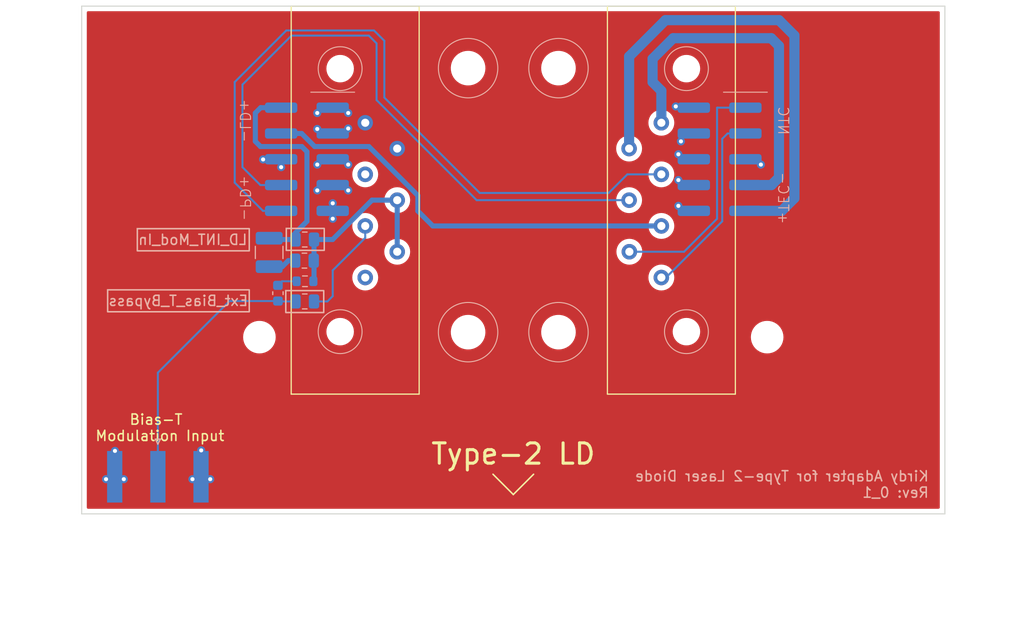
<source format=kicad_pcb>
(kicad_pcb (version 20221018) (generator pcbnew)
  (layers (0 "F.Cu" signal) (31 "B.Cu" signal) (34 "B.Paste" user) (35 "F.Paste" user) (36 "B.SilkS" user "B.Silkscreen") (37 "F.SilkS" user "F.Silkscreen") (38 "B.Mask" user) (39 "F.Mask" user) (44 "Edge.Cuts" user))
  (net 0 "")
  (net 1 "GND")
  (net 2 "/TEC+")
  (net 3 "/NTC+")
  (net 4 "/NTC-")
  (net 5 "/LD+")
  (net 6 "/TEC-")
  (net 7 "/PD-")
  (net 8 "/PD+")
  (net 9 "/LD-")
  (net 10 "Net-(C1-Pad1)")
  (net 11 "/Mod_IN")
  (net 12 "/kirdy_LD+")
  (net 14 "/Butterfly_Mount_Mod_In")
  (net 16 "Net-(L1-Pad1)")
  (footprint "MountingHole:MountingHole_2.7mm_M2.5" (layer "F.Cu") (at -25 17.5 180)
    (fp_text reference "H2" hide)
    (fp_text value "M2.5")
    (pad "" np_thru_hole circle (at 0 0 180) (size 2.7 2.7) (drill 2.7) (layers "*.Cu" "*.Mask"))
  )
  (footprint "laserSocket:Butterfly_Socket" (layer "F.Cu") (at 0 4.01 180)
    (fp_text reference "J3" hide)
    (fp_text value "Butterfly_Socket")
    (fp_circle (center -17.05 -12.95) (end -14.89 -12.95) (stroke (width 0.1)) (fill none) (layer "B.SilkS"))
    (fp_circle (center -17.05 12.95) (end -14.89 12.95) (stroke (width 0.1)) (fill none) (layer "B.SilkS"))
    (fp_circle (center -4.45 -13) (end -1.525 -13) (stroke (width 0.1)) (fill none) (layer "B.SilkS"))
    (fp_circle (center -4.45 13) (end -1.525 13) (stroke (width 0.1)) (fill none) (layer "B.SilkS"))
    (fp_circle (center 4.45 -13) (end 7.375 -13) (stroke (width 0.1)) (fill none) (layer "B.SilkS"))
    (fp_circle (center 4.45 13) (end 7.375 13) (stroke (width 0.1)) (fill none) (layer "B.SilkS"))
    (fp_circle (center 17.05 -12.95) (end 19.21 -12.95) (stroke (width 0.1)) (fill none) (layer "B.SilkS"))
    (fp_circle (center 17.05 12.95) (end 19.21 12.95) (stroke (width 0.1)) (fill none) (layer "B.SilkS"))
    (fp_line (start -21.87 -19.1) (end -21.87 19.1) (stroke (width 0.12)) (layer "F.SilkS"))
    (fp_line (start -21.87 19.1) (end -9.27 19.1) (stroke (width 0.12)) (layer "F.SilkS"))
    (fp_line (start -9.27 -19.1) (end -21.87 -19.1) (stroke (width 0.12)) (layer "F.SilkS"))
    (fp_line (start -9.27 19.1) (end -9.27 -19.1) (stroke (width 0.12)) (layer "F.SilkS"))
    (fp_line (start 9.27 -19.1) (end 21.87 -19.1) (stroke (width 0.12)) (layer "F.SilkS"))
    (fp_line (start 9.27 19.1) (end 9.27 -19.1) (stroke (width 0.12)) (layer "F.SilkS"))
    (fp_line (start 21.87 -19.1) (end 21.87 19.1) (stroke (width 0.12)) (layer "F.SilkS"))
    (fp_line (start 21.87 19.1) (end 9.27 19.1) (stroke (width 0.12)) (layer "F.SilkS"))
    (pad "" np_thru_hole circle locked (at -17.05 -12.95 180) (size 2.2 2.2) (drill 2.2) (layers "F&B.Cu" "*.Mask"))
    (pad "" np_thru_hole circle locked (at -17.05 12.95 180) (size 2.2 2.2) (drill 2.2) (layers "F&B.Cu" "*.Mask"))
    (pad "" np_thru_hole circle locked (at -4.45 -13 180) (size 2.9 2.9) (drill 2.9) (layers "F&B.Cu" "*.Mask"))
    (pad "" np_thru_hole circle locked (at -4.45 13 180) (size 2.9 2.9) (drill 2.9) (layers "F&B.Cu" "*.Mask"))
    (pad "" np_thru_hole circle locked (at 4.45 -13 180) (size 2.9 2.9) (drill 2.9) (layers "F&B.Cu" "*.Mask"))
    (pad "" np_thru_hole circle locked (at 4.45 13 180) (size 2.9 2.9) (drill 2.9) (layers "F&B.Cu" "*.Mask"))
    (pad "" np_thru_hole circle locked (at 17.05 -12.95 180) (size 2.2 2.2) (drill 2.2) (layers "F&B.Cu" "*.Mask"))
    (pad "" np_thru_hole circle locked (at 17.05 12.95 180) (size 2.2 2.2) (drill 2.2) (layers "F&B.Cu" "*.Mask"))
    (pad "1" thru_hole circle locked (at -14.58 -7.62 180) (size 1.524 1.524) (drill 0.8) (layers "*.Cu" "*.Mask") (net 3 "/NTC+"))
    (pad "2" thru_hole circle locked (at -11.43 -5.08 180) (size 1.524 1.524) (drill 0.8) (layers "*.Cu" "*.Mask") (net 4 "/NTC-"))
    (pad "3" thru_hole circle locked (at -14.58 -2.54 180) (size 1.524 1.524) (drill 0.8) (layers "*.Cu" "*.Mask") (net 9 "/LD-"))
    (pad "4" thru_hole circle locked (at -11.405 0 180) (size 1.524 1.524) (drill 0.8) (layers "*.Cu" "*.Mask") (net 8 "/PD+"))
    (pad "5" thru_hole circle locked (at -14.58 2.54 180) (size 1.524 1.524) (drill 0.8) (layers "*.Cu" "*.Mask") (net 7 "/PD-"))
    (pad "6" thru_hole circle locked (at -11.405 5.08 180) (size 1.524 1.524) (drill 0.8) (layers "*.Cu" "*.Mask") (net 2 "/TEC+"))
    (pad "7" thru_hole circle locked (at -14.58 7.62 180) (size 1.524 1.524) (drill 0.8) (layers "*.Cu" "*.Mask") (net 6 "/TEC-"))
    (pad "8" thru_hole circle locked (at 14.58 7.62 180) (size 1.524 1.524) (drill 0.8) (layers "*.Cu" "*.Mask") (net 1 "GND"))
    (pad "9" thru_hole circle locked (at 11.43 5.08 180) (size 1.524 1.524) (drill 0.8) (layers "*.Cu" "*.Mask") (net 1 "GND"))
    (pad "10" thru_hole circle locked (at 14.58 2.54 180) (size 1.524 1.524) (drill 0.8) (layers "*.Cu" "*.Mask"))
    (pad "11" thru_hole circle locked (at 11.43 0 180) (size 1.524 1.524) (drill 0.8) (layers "*.Cu" "*.Mask") (net 5 "/LD+"))
    (pad "12" thru_hole circle locked (at 14.58 -2.54 180) (size 1.524 1.524) (drill 0.8) (layers "*.Cu" "*.Mask") (net 14 "/Butterfly_Mount_Mod_In"))
    (pad "13" thru_hole circle locked (at 11.43 -5.08 180) (size 1.524 1.524) (drill 0.8) (layers "*.Cu" "*.Mask") (net 5 "/LD+"))
    (pad "14" thru_hole circle locked (at 14.58 -7.62 180) (size 1.524 1.524) (drill 0.8) (layers "*.Cu" "*.Mask"))
  )
  (footprint "MountingHole:MountingHole_2.7mm_M2.5" (layer "F.Cu") (at 25 17.5)
    (fp_text reference "H1" hide)
    (fp_text value "M2.5")
    (pad "" np_thru_hole circle (at 0 0) (size 2.7 2.7) (drill 2.7) (layers "*.Cu" "*.Mask"))
  )
  (footprint "Inductor_SMD:L_1210_3225Metric" (layer "B.Cu") (at -24.0404 9.1574 90)
    (fp_text reference "L1" hide)
    (fp_text value "1.2n" hide)
    (fp_line (start -0.602064 -1.36) (end 0.602064 -1.36) (stroke (width 0.12)) (layer "B.SilkS"))
    (fp_line (start -0.602064 1.36) (end 0.602064 1.36) (stroke (width 0.12)) (layer "B.SilkS"))
    (pad "1" smd roundrect (at -1.4 0 90) (size 1.25 2.65) (layers "B.Cu" "B.Paste" "B.Mask") (roundrect_rratio 0.2) (net 16 "Net-(L1-Pad1)"))
    (pad "2" smd roundrect (at 1.4 0 90) (size 1.25 2.65) (layers "B.Cu" "B.Paste" "B.Mask") (roundrect_rratio 0.2) (net 12 "/kirdy_LD+"))
  )
  (footprint "laserSocket:BG120-10-A-0-N-D" (layer "B.Cu") (at -20.3222 -0.0168 180)
    (fp_text reference "J5" hide)
    (fp_text value "BG120-10-A-0-N-D")
    (fp_line (start -4.699 6.604) (end -0.381 6.604) (stroke (width 0.1)) (layer "B.SilkS"))
    (pad "1" smd roundrect locked (at -2.54 5.08 90) (size 1.02 3.185) (layers "B.Cu" "B.Paste" "B.Mask") (net 1 "GND"))
    (pad "2" smd roundrect locked (at 2.54 5.08 90) (size 1.02 3.185) (layers "B.Cu" "B.Paste" "B.Mask") (net 12 "/kirdy_LD+"))
    (pad "3" smd roundrect locked (at -2.54 2.54 90) (size 1.02 3.185) (layers "B.Cu" "B.Paste" "B.Mask") (net 1 "GND"))
    (pad "4" smd roundrect locked (at 2.54 2.54 90) (size 1.02 3.185) (layers "B.Cu" "B.Paste" "B.Mask") (net 9 "/LD-"))
    (pad "5" smd roundrect locked (at -2.54 0 90) (size 1.02 3.185) (layers "B.Cu" "B.Paste" "B.Mask") (net 1 "GND"))
    (pad "6" smd roundrect locked (at 2.54 0 90) (size 1.02 3.185) (layers "B.Cu" "B.Paste" "B.Mask") (net 1 "GND"))
    (pad "7" smd roundrect locked (at -2.54 -2.54 90) (size 1.02 3.185) (layers "B.Cu" "B.Paste" "B.Mask") (net 1 "GND"))
    (pad "8" smd roundrect locked (at 2.54 -2.54 90) (size 1.02 3.185) (layers "B.Cu" "B.Paste" "B.Mask") (net 8 "/PD+"))
    (pad "9" smd roundrect locked (at -2.54 -5.08 90) (size 1.02 3.185) (layers "B.Cu" "B.Paste" "B.Mask") (net 1 "GND"))
    (pad "10" smd roundrect locked (at 2.54 -5.08 90) (size 1.02 3.185) (layers "B.Cu" "B.Paste" "B.Mask") (net 7 "/PD-"))
  )
  (footprint "laserSocket:BG120-10-A-0-N-D" (layer "B.Cu") (at 20.3178 -0.0168 180)
    (fp_text reference "J1" hide)
    (fp_text value "BG120-10-A-0-N-D")
    (fp_line (start -4.699 6.604) (end -0.381 6.604) (stroke (width 0.1)) (layer "B.SilkS"))
    (pad "1" smd roundrect locked (at -2.54 5.08 90) (size 1.02 3.185) (layers "B.Cu" "B.Paste" "B.Mask") (net 4 "/NTC-"))
    (pad "2" smd roundrect locked (at 2.54 5.08 90) (size 1.02 3.185) (layers "B.Cu" "B.Paste" "B.Mask") (net 1 "GND"))
    (pad "3" smd roundrect locked (at -2.54 2.54 90) (size 1.02 3.185) (layers "B.Cu" "B.Paste" "B.Mask") (net 3 "/NTC+"))
    (pad "4" smd roundrect locked (at 2.54 2.54 90) (size 1.02 3.185) (layers "B.Cu" "B.Paste" "B.Mask") (net 1 "GND"))
    (pad "5" smd roundrect locked (at -2.54 0 90) (size 1.02 3.185) (layers "B.Cu" "B.Paste" "B.Mask") (net 1 "GND"))
    (pad "6" smd roundrect locked (at 2.54 0 90) (size 1.02 3.185) (layers "B.Cu" "B.Paste" "B.Mask") (net 1 "GND"))
    (pad "7" smd roundrect locked (at -2.54 -2.54 90) (size 1.02 3.185) (layers "B.Cu" "B.Paste" "B.Mask") (net 6 "/TEC-"))
    (pad "8" smd roundrect locked (at 2.54 -2.54 90) (size 1.02 3.185) (layers "B.Cu" "B.Paste" "B.Mask") (net 1 "GND"))
    (pad "9" smd roundrect locked (at -2.54 -5.08 90) (size 1.02 3.185) (layers "B.Cu" "B.Paste" "B.Mask") (net 2 "/TEC+"))
    (pad "10" smd roundrect locked (at 2.54 -5.08 90) (size 1.02 3.185) (layers "B.Cu" "B.Paste" "B.Mask") (net 1 "GND"))
  )
  (footprint "Resistor_SMD:R_0805_2012Metric" (layer "B.Cu") (at -20.5352 7.8874)
    (fp_text reference "R1" hide)
    (fp_text value "0" hide)
    (fp_line (start -0.227064 -0.735) (end 0.227064 -0.735) (stroke (width 0.12)) (layer "B.SilkS"))
    (fp_line (start -0.227064 0.735) (end 0.227064 0.735) (stroke (width 0.12)) (layer "B.SilkS"))
    (pad "1" smd roundrect (at -0.9125 0) (size 1.025 1.4) (layers "B.Cu" "B.Paste" "B.Mask") (roundrect_rratio 0.243902) (net 12 "/kirdy_LD+"))
    (pad "2" smd roundrect (at 0.9125 0) (size 1.025 1.4) (layers "B.Cu" "B.Paste" "B.Mask") (roundrect_rratio 0.243902) (net 5 "/LD+"))
  )
  (footprint "Resistor_SMD:R_0805_2012Metric" (layer "B.Cu") (at -20.5352 13.9834)
    (fp_text reference "R4" hide)
    (fp_text value "0" hide)
    (fp_line (start -0.227064 -0.735) (end 0.227064 -0.735) (stroke (width 0.12)) (layer "B.SilkS"))
    (fp_line (start -0.227064 0.735) (end 0.227064 0.735) (stroke (width 0.12)) (layer "B.SilkS"))
    (pad "1" smd roundrect (at -0.9125 0) (size 1.025 1.4) (layers "B.Cu" "B.Paste" "B.Mask") (roundrect_rratio 0.243902) (net 11 "/Mod_IN"))
    (pad "2" smd roundrect (at 0.9125 0) (size 1.025 1.4) (layers "B.Cu" "B.Paste" "B.Mask") (roundrect_rratio 0.243902) (net 14 "/Butterfly_Mount_Mod_In"))
  )
  (footprint "Capacitor_SMD:C_0603_1608Metric" (layer "B.Cu") (at -23.1768 13.1706 -90)
    (fp_text reference "C1" hide)
    (fp_text value "1n" hide)
    (fp_line (start -0.14058 -0.51) (end 0.14058 -0.51) (stroke (width 0.12)) (layer "B.SilkS"))
    (fp_line (start -0.14058 0.51) (end 0.14058 0.51) (stroke (width 0.12)) (layer "B.SilkS"))
    (pad "1" smd roundrect (at -0.775 0 270) (size 0.9 0.95) (layers "B.Cu" "B.Paste" "B.Mask") (net 10 "Net-(C1-Pad1)"))
    (pad "2" smd roundrect (at 0.775 0 270) (size 0.9 0.95) (layers "B.Cu" "B.Paste" "B.Mask") (net 11 "/Mod_IN"))
  )
  (footprint "Resistor_SMD:R_0805_2012Metric" (layer "B.Cu") (at -20.5652 9.9658)
    (fp_text reference "R2" hide)
    (fp_text value "10" hide)
    (fp_line (start -0.227064 -0.735) (end 0.227064 -0.735) (stroke (width 0.12)) (layer "B.SilkS"))
    (fp_line (start -0.227064 0.735) (end 0.227064 0.735) (stroke (width 0.12)) (layer "B.SilkS"))
    (pad "1" smd roundrect (at -0.9125 0) (size 1.025 1.4) (layers "B.Cu" "B.Paste" "B.Mask") (roundrect_rratio 0.243902) (net 16 "Net-(L1-Pad1)"))
    (pad "2" smd roundrect (at 0.9125 0) (size 1.025 1.4) (layers "B.Cu" "B.Paste" "B.Mask") (roundrect_rratio 0.243902) (net 5 "/LD+"))
  )
  (footprint "Connector_Coaxial:SMA_Amphenol_132289_EdgeMount" (layer "B.Cu") (at -35 31.25 -90)
    (fp_text reference "J4" hide)
    (fp_text value "Conn_Coaxial")
    (fp_line (start -3.71 -0.25) (end -3.21 0) (stroke (width 0.12)) (layer "B.SilkS"))
    (fp_line (start -3.71 0.25) (end -3.71 -0.25) (stroke (width 0.12)) (layer "B.SilkS"))
    (fp_line (start -3.21 0) (end -3.71 0.25) (stroke (width 0.12)) (layer "B.SilkS"))
    (pad "1" smd rect (at 0 0 180) (size 1.5 5.08) (layers "B.Cu" "B.Paste" "B.Mask") (net 11 "/Mod_IN"))
    (pad "2" smd rect (at 0 -4.25 180) (size 1.5 5.08) (layers "F.Cu" "F.Paste" "F.Mask") (net 1 "GND"))
    (pad "2" smd rect (at 0 -4.25 180) (size 1.5 5.08) (layers "B.Cu" "B.Paste" "B.Mask") (net 1 "GND"))
    (pad "2" smd rect (at 0 4.25 180) (size 1.5 5.08) (layers "F.Cu" "F.Paste" "F.Mask") (net 1 "GND"))
    (pad "2" smd rect (at 0 4.25 180) (size 1.5 5.08) (layers "B.Cu" "B.Paste" "B.Mask") (net 1 "GND"))
  )
  (footprint "laserSocket:kirdy_socket" (layer "B.Cu") (at 0 0 180)
    (fp_text reference "J2" hide)
    (fp_text value "kirdy")
    (fp_text user "+TEC-" (at -26 -3.81 270 unlocked) (layer "B.SilkS") (effects (font (thickness 0.1)) (justify bottom mirror)))
    (fp_text user "-PD+" (at 27 -3.81 270 unlocked) (layer "B.SilkS") (effects (font (thickness 0.1)) (justify bottom mirror)))
    (fp_text user "NTC" (at -26 3.81 270 unlocked) (layer "B.SilkS") (effects (font (thickness 0.1)) (justify bottom mirror)))
    (fp_text user "-LD+" (at 27 3.81 270 unlocked) (layer "B.SilkS") (effects (font (thickness 0.1)) (justify bottom mirror)))
  )
  (footprint "Resistor_SMD:R_0603_1608Metric" (layer "B.Cu") (at -20.5144 11.9978)
    (fp_text reference "R3" hide)
    (fp_text value "47" hide)
    (fp_line (start -0.237258 -0.5225) (end 0.237258 -0.5225) (stroke (width 0.12)) (layer "B.SilkS"))
    (fp_line (start -0.237258 0.5225) (end 0.237258 0.5225) (stroke (width 0.12)) (layer "B.SilkS"))
    (pad "1" smd roundrect (at -0.825 0) (size 0.8 0.95) (layers "B.Cu" "B.Paste" "B.Mask") (net 10 "Net-(C1-Pad1)"))
    (pad "2" smd roundrect (at 0.825 0) (size 0.8 0.95) (layers "B.Cu" "B.Paste" "B.Mask") (net 5 "/LD+"))
  )
  (gr_rect (start -22.352 6.7952) (end -18.6168 8.9528) (stroke (width 0.15)) (fill none) (layer "B.SilkS"))
  (gr_rect (start -37.0224 6.817) (end -26 9) (stroke (width 0.15)) (fill none) (layer "B.SilkS"))
  (gr_rect (start -22.4028 12.918) (end -18.6676 15.0756) (stroke (width 0.15)) (fill none) (layer "B.SilkS"))
  (gr_rect (start -39.946 12.8424) (end -26 15) (stroke (width 0.15)) (fill none) (layer "B.SilkS"))
  (gr_line (start 0 33) (end 2 31) (stroke (width 0.15)) (layer "F.SilkS"))
  (gr_line (start 0 33) (end -2 31) (stroke (width 0.15)) (layer "F.SilkS"))
  (gr_line (start -42.5 34.9032) (end 42.5 34.9032) (stroke (width 0.1)) (layer "Edge.Cuts"))
  (gr_line (start 42.5 -15.0968) (end -42.5 -15.0968) (stroke (width 0.1)) (layer "Edge.Cuts"))
  (gr_line (start -42.5 -15.0968) (end -42.5 34.9032) (stroke (width 0.1)) (layer "Edge.Cuts"))
  (gr_line (start 42.5 34.9032) (end 42.5 -15.0968) (stroke (width 0.1)) (layer "Edge.Cuts"))
  (gr_text "LD_INT_Mod_In" (at -37.0224 7.9085) (layer "B.SilkS") (effects (font (size 1 1)) (justify right mirror)))
  (gr_text "Ext_Bias_T_Bypass" (at -39.946 13.9212) (layer "B.SilkS") (effects (font (size 1 1)) (justify right mirror)))
  (gr_text "Kirdy Adapter for Type-2 Laser Diode\nRev: 0_1" (at 41 32) (layer "B.SilkS") (effects (font (size 1 1)) (justify left mirror)))
  (gr_text "Type-2 LD" (at 0 29) (layer "F.SilkS") (effects (font (size 2 2) (thickness 0.3))))
  (gr_text "Bias-T \nModulation Input" (at -34.798 26.416) (layer "F.SilkS") (effects (font (size 1 1))))
  (via (at -16.256 3.048) (size 0.8) (drill 0.4) (layers "F.Cu" "B.Cu") (net 1))
  (via (at -31.5952 31.4872) (size 0.8) (drill 0.4) (layers "F.Cu" "B.Cu") (net 1))
  (via (at -39.2266 28.702) (size 0.8) (drill 0.4) (layers "F.Cu" "B.Cu") (net 1))
  (via (at 16.256 2.032) (size 0.8) (drill 0.4) (layers "F.Cu" "B.Cu") (net 1))
  (via (at -38.3542 31.4872) (size 0.8) (drill 0.4) (layers "F.Cu" "B.Cu") (net 1))
  (via (at -19.304 -4.572) (size 0.8) (drill 0.4) (layers "F.Cu" "B.Cu") (net 1))
  (via (at 16 -5.2195) (size 0.8) (drill 0.4) (layers "F.Cu" "B.Cu") (net 1))
  (via (at -22.86 0.762) (size 0.8) (drill 0.4) (layers "F.Cu" "B.Cu") (net 1))
  (via (at 24.384 0.508) (size 0.8) (drill 0.4) (layers "F.Cu" "B.Cu") (net 1))
  (via (at -17.78 4.318) (size 0.8) (drill 0.4) (layers "F.Cu" "B.Cu") (net 1))
  (via (at -30.734 28.6512) (size 0.8) (drill 0.4) (layers "F.Cu" "B.Cu") (net 1))
  (via (at 16.51 -1.778) (size 0.8) (drill 0.4) (layers "F.Cu" "B.Cu") (net 1))
  (via (at -19.304 3.048) (size 0.8) (drill 0.4) (layers "F.Cu" "B.Cu") (net 1))
  (via (at -24.638 0) (size 0.8) (drill 0.4) (layers "F.Cu" "B.Cu") (net 1))
  (via (at -19.304 -3) (size 0.8) (drill 0.4) (layers "F.Cu" "B.Cu") (net 1))
  (via (at -29.8452 31.4872) (size 0.8) (drill 0.4) (layers "F.Cu" "B.Cu") (net 1))
  (via (at -17.78 5.842) (size 0.8) (drill 0.4) (layers "F.Cu" "B.Cu") (net 1))
  (via (at -19.304 0.508) (size 0.8) (drill 0.4) (layers "F.Cu" "B.Cu") (net 1))
  (via (at -16.256 -3.048) (size 0.8) (drill 0.4) (layers "F.Cu" "B.Cu") (net 1))
  (via (at 16.256 -0.508) (size 0.8) (drill 0.4) (layers "F.Cu" "B.Cu") (net 1))
  (via (at -16.256 -4.572) (size 0.8) (drill 0.4) (layers "F.Cu" "B.Cu") (net 1))
  (via (at -16.256 0.508) (size 0.8) (drill 0.4) (layers "F.Cu" "B.Cu") (net 1))
  (via (at -40.1042 31.4872) (size 0.8) (drill 0.4) (layers "F.Cu" "B.Cu") (net 1))
  (via (at 16.256 4.572) (size 0.8) (drill 0.4) (layers "F.Cu" "B.Cu") (net 1))
  (segment (start 26.162 -13.716) (end 27.686 -12.192) (width 1) (layer "B.Cu") (net 2))
  (segment (start 26.4328 5.0632) (end 22.8578 5.0632) (width 1) (layer "B.Cu") (net 2))
  (segment (start 11.405 -1.07) (end 11.405 -10.135) (width 1) (layer "B.Cu") (net 2))
  (segment (start 14.986 -13.716) (end 26.162 -13.716) (width 1) (layer "B.Cu") (net 2))
  (segment (start 11.405 -10.135) (end 14.986 -13.716) (width 1) (layer "B.Cu") (net 2))
  (segment (start 27.686 -12.192) (end 27.686 3.81) (width 1) (layer "B.Cu") (net 2))
  (segment (start 27.686 3.81) (end 26.4328 5.0632) (width 1) (layer "B.Cu") (net 2))
  (segment (start 20.574 6.096) (end 20.574 -2.032) (width 0.2) (layer "B.Cu") (net 3))
  (segment (start 14.58 11.63) (end 15.04 11.63) (width 0.2) (layer "B.Cu") (net 3))
  (segment (start 21.0988 -2.5568) (end 22.8578 -2.5568) (width 0.2) (layer "B.Cu") (net 3))
  (segment (start 20.574 -2.032) (end 21.0988 -2.5568) (width 0.2) (layer "B.Cu") (net 3))
  (segment (start 15.04 11.63) (end 20.574 6.096) (width 0.2) (layer "B.Cu") (net 3))
  (segment (start 20.066 -5.08) (end 20.066 5.842) (width 0.2) (layer "B.Cu") (net 4))
  (segment (start 16.818 9.09) (end 11.43 9.09) (width 0.2) (layer "B.Cu") (net 4))
  (segment (start 22.8578 -5.0968) (end 20.0828 -5.0968) (width 0.2) (layer "B.Cu") (net 4))
  (segment (start 20.066 5.842) (end 16.818 9.09) (width 0.2) (layer "B.Cu") (net 4))
  (segment (start 20.0828 -5.0968) (end 20.066 -5.08) (width 0.2) (layer "B.Cu") (net 4))
  (segment (start -19.6227 7.8874) (end -17.7934 7.8874) (width 0.5) (layer "B.Cu") (net 5))
  (segment (start -11.43 4.01) (end -11.43 9.09) (width 0.5) (layer "B.Cu") (net 5))
  (segment (start -19.6227 11.9311) (end -19.6894 11.9978) (width 0.5) (layer "B.Cu") (net 5))
  (segment (start -17.7934 7.8874) (end -13.916 4.01) (width 0.5) (layer "B.Cu") (net 5))
  (segment (start -19.6227 7.8874) (end -19.6227 11.9311) (width 0.5) (layer "B.Cu") (net 5))
  (segment (start -13.916 4.01) (end -11.43 4.01) (width 0.5) (layer "B.Cu") (net 5))
  (segment (start 14.58 -6.756) (end 13.716 -7.62) (width 1) (layer "B.Cu") (net 6))
  (segment (start 13.716 -9.906) (end 15.748 -11.938) (width 1) (layer "B.Cu") (net 6))
  (segment (start 13.716 -7.62) (end 13.716 -9.906) (width 1) (layer "B.Cu") (net 6))
  (segment (start 14.58 -3.61) (end 14.58 -6.756) (width 1) (layer "B.Cu") (net 6))
  (segment (start 26.162 -11.176) (end 26.162 1.778) (width 1) (layer "B.Cu") (net 6))
  (segment (start 26.162 1.778) (end 25.4168 2.5232) (width 1) (layer "B.Cu") (net 6))
  (segment (start 25.4168 2.5232) (end 22.8578 2.5232) (width 1) (layer "B.Cu") (net 6))
  (segment (start 15.748 -11.938) (end 25.4 -11.938) (width 1) (layer "B.Cu") (net 6))
  (segment (start 25.4 -11.938) (end 26.162 -11.176) (width 1) (layer "B.Cu") (net 6))
  (segment (start -12.7 -11.684) (end -13.716 -12.7) (width 0.2) (layer "B.Cu") (net 7))
  (segment (start -27.432 2.286) (end -24.6548 5.0632) (width 0.2) (layer "B.Cu") (net 7))
  (segment (start -13.716 -12.7) (end -22.352 -12.7) (width 0.2) (layer "B.Cu") (net 7))
  (segment (start -3.302 3.302) (end -12.7 -6.096) (width 0.2) (layer "B.Cu") (net 7))
  (segment (start -24.6548 5.0632) (end -22.8622 5.0632) (width 0.2) (layer "B.Cu") (net 7))
  (segment (start 14.58 1.47) (end 11.23 1.47) (width 0.2) (layer "B.Cu") (net 7))
  (segment (start -22.352 -12.7) (end -27.432 -7.62) (width 0.2) (layer "B.Cu") (net 7))
  (segment (start -12.7 -6.096) (end -12.7 -11.684) (width 0.2) (layer "B.Cu") (net 7))
  (segment (start 11.23 1.47) (end 9.398 3.302) (width 0.2) (layer "B.Cu") (net 7))
  (segment (start -27.432 -7.62) (end -27.432 2.286) (width 0.2) (layer "B.Cu") (net 7))
  (segment (start 9.398 3.302) (end -3.302 3.302) (width 0.2) (layer "B.Cu") (net 7))
  (segment (start -21.844 -12.192) (end -26.67 -7.366) (width 0.2) (layer "B.Cu") (net 8))
  (segment (start -13.462 -11.43) (end -14.224 -12.192) (width 0.2) (layer "B.Cu") (net 8))
  (segment (start -24.9088 2.5232) (end -22.8622 2.5232) (width 0.2) (layer "B.Cu") (net 8))
  (segment (start -26.67 -7.366) (end -26.67 0.762) (width 0.2) (layer "B.Cu") (net 8))
  (segment (start -3.61 4.01) (end -13.462 -5.842) (width 0.2) (layer "B.Cu") (net 8))
  (segment (start 11.405 4.01) (end -3.61 4.01) (width 0.2) (layer "B.Cu") (net 8))
  (segment (start -14.224 -12.192) (end -21.844 -12.192) (width 0.2) (layer "B.Cu") (net 8))
  (segment (start -26.67 0.762) (end -24.9088 2.5232) (width 0.2) (layer "B.Cu") (net 8))
  (segment (start -13.462 -5.842) (end -13.462 -11.43) (width 0.2) (layer "B.Cu") (net 8))
  (segment (start -9.398 5.08) (end -9.398 3.556) (width 0.5) (layer "B.Cu") (net 9))
  (segment (start -7.928 6.55) (end -9.398 5.08) (width 0.5) (layer "B.Cu") (net 9))
  (segment (start -9.398 3.556) (end -14.224 -1.27) (width 0.5) (layer "B.Cu") (net 9))
  (segment (start 14.58 6.55) (end -7.928 6.55) (width 0.5) (layer "B.Cu") (net 9))
  (segment (start -20.8448 -2.5568) (end -22.8622 -2.5568) (width 0.5) (layer "B.Cu") (net 9))
  (segment (start -14.224 -1.27) (end -19.558 -1.27) (width 0.5) (layer "B.Cu") (net 9))
  (segment (start -19.558 -1.27) (end -20.8448 -2.5568) (width 0.5) (layer "B.Cu") (net 9))
  (segment (start -21.3394 11.9978) (end -22.779 11.9978) (width 0.2) (layer "B.Cu") (net 10))
  (segment (start -22.779 11.9978) (end -23.1768 12.3956) (width 0.2) (layer "B.Cu") (net 10))
  (segment (start -21.4477 13.9834) (end -23.139 13.9834) (width 0.2) (layer "B.Cu") (net 11))
  (segment (start -27.9456 13.9456) (end -23.1768 13.9456) (width 0.2) (layer "B.Cu") (net 11))
  (segment (start -35 21) (end -27.9456 13.9456) (width 0.2) (layer "B.Cu") (net 11))
  (segment (start -35 31.25) (end -35 21) (width 0.2) (layer "B.Cu") (net 11))
  (segment (start -23.139 13.9834) (end -23.1768 13.9456) (width 0.2) (layer "B.Cu") (net 11))
  (segment (start -25.4 -4.572) (end -25.4 -1.778) (width 0.5) (layer "B.Cu") (net 12))
  (segment (start -20.32 -0.762) (end -20.32 6.096) (width 0.5) (layer "B.Cu") (net 12))
  (segment (start -21.5777 7.7574) (end -21.4477 7.8874) (width 0.5) (layer "B.Cu") (net 12))
  (segment (start -20.828 -1.27) (end -20.32 -0.762) (width 0.5) (layer "B.Cu") (net 12))
  (segment (start -25.4 -1.778) (end -24.892 -1.27) (width 0.5) (layer "B.Cu") (net 12))
  (segment (start -24.8752 -5.0968) (end -25.4 -4.572) (width 0.5) (layer "B.Cu") (net 12))
  (segment (start -21.4477 7.8874) (end -23.9104 7.8874) (width 0.5) (layer "B.Cu") (net 12))
  (segment (start -22.8622 -5.0968) (end -24.8752 -5.0968) (width 0.5) (layer "B.Cu") (net 12))
  (segment (start -24.892 -1.27) (end -20.828 -1.27) (width 0.5) (layer "B.Cu") (net 12))
  (segment (start -23.9104 7.8874) (end -24.0404 7.7574) (width 0.5) (layer "B.Cu") (net 12))
  (segment (start -21.4477 7.2237) (end -21.4477 7.8874) (width 0.5) (layer "B.Cu") (net 12))
  (segment (start -20.32 6.096) (end -21.4477 7.2237) (width 0.5) (layer "B.Cu") (net 12))
  (segment (start -19.6227 13.9834) (end -18.3014 13.9834) (width 0.2) (layer "B.Cu") (net 14))
  (segment (start -14.58 7.722) (end -14.58 6.55) (width 0.2) (layer "B.Cu") (net 14))
  (segment (start -17.78 13.462) (end -17.78 10.922) (width 0.2) (layer "B.Cu") (net 14))
  (segment (start -18.3014 13.9834) (end -17.78 13.462) (width 0.2) (layer "B.Cu") (net 14))
  (segment (start -17.78 10.922) (end -14.58 7.722) (width 0.2) (layer "B.Cu") (net 14))
  (segment (start -22.7494 10.5574) (end -22.1578 9.9658) (width 0.5) (layer "B.Cu") (net 16))
  (segment (start -24.0404 10.5574) (end -22.7494 10.5574) (width 0.5) (layer "B.Cu") (net 16))
  (segment (start -22.1578 9.9658) (end -21.4777 9.9658) (width 0.5) (layer "B.Cu") (net 16))
  (zone (net 1) (net_name "GND") (layer "F.Cu") (priority 2) (connect_pads yes (clearance 0.508)) (min_thickness 0.25) (fill yes (thermal_gap 0.5) (thermal_bridge_width 0.5))
    (polygon (pts (xy -50.546 -15.494) (xy -50.546 35.814) (xy 50.292 36.068) (xy 50.038 -15.24)))
  )
)
</source>
